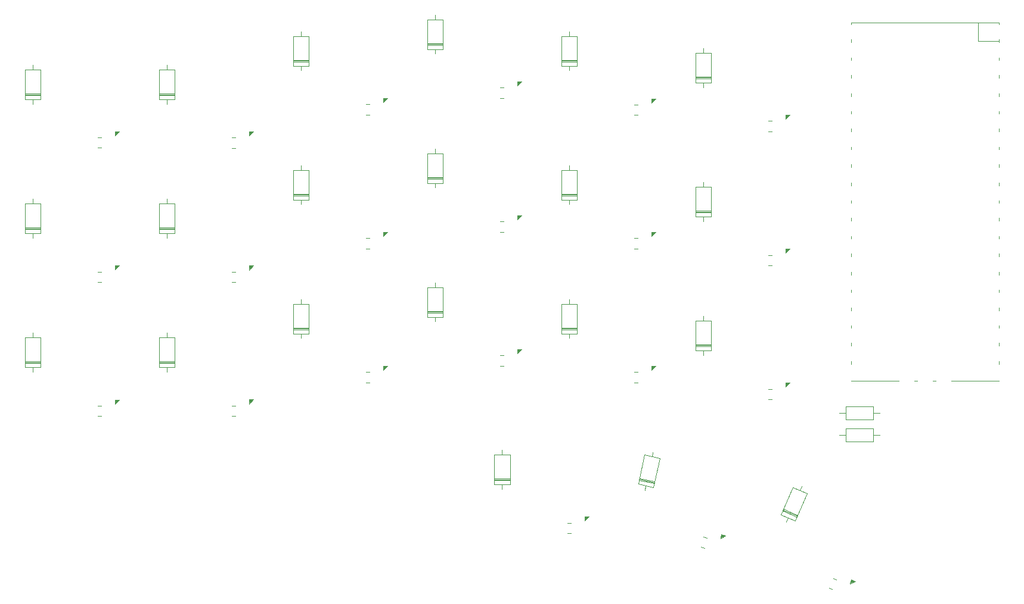
<source format=gbr>
%TF.GenerationSoftware,KiCad,Pcbnew,8.0.8*%
%TF.CreationDate,2025-03-11T20:04:01-04:00*%
%TF.ProjectId,Keyboard,4b657962-6f61-4726-942e-6b696361645f,rev?*%
%TF.SameCoordinates,Original*%
%TF.FileFunction,Legend,Bot*%
%TF.FilePolarity,Positive*%
%FSLAX46Y46*%
G04 Gerber Fmt 4.6, Leading zero omitted, Abs format (unit mm)*
G04 Created by KiCad (PCBNEW 8.0.8) date 2025-03-11 20:04:01*
%MOMM*%
%LPD*%
G01*
G04 APERTURE LIST*
%ADD10C,0.120000*%
%ADD11C,0.100000*%
G04 APERTURE END LIST*
D10*
%TO.C,C24*%
X165636252Y-171748000D02*
X165113748Y-171748000D01*
X165636252Y-170278000D02*
X165113748Y-170278000D01*
D11*
%TO.C,D66*%
X205675000Y-212875000D02*
X205675000Y-212275000D01*
X206275000Y-212275000D01*
X205675000Y-212875000D01*
G36*
X205675000Y-212875000D02*
G01*
X205675000Y-212275000D01*
X206275000Y-212275000D01*
X205675000Y-212875000D01*
G37*
D10*
%TO.C,D37*%
X136800000Y-167189000D02*
X136800000Y-167839000D01*
X135680000Y-167189000D02*
X137920000Y-167189000D01*
X135680000Y-162949000D02*
X135680000Y-167189000D01*
X135680000Y-166589000D02*
X137920000Y-166589000D01*
X135680000Y-166469000D02*
X137920000Y-166469000D01*
X135680000Y-166349000D02*
X137920000Y-166349000D01*
X137920000Y-167189000D02*
X137920000Y-162949000D01*
X137920000Y-162949000D02*
X135680000Y-162949000D01*
X136800000Y-162949000D02*
X136800000Y-162299000D01*
D11*
%TO.C,D79*%
X129475000Y-177119000D02*
X129475000Y-176519000D01*
X130075000Y-176519000D01*
X129475000Y-177119000D01*
G36*
X129475000Y-177119000D02*
G01*
X129475000Y-176519000D01*
X130075000Y-176519000D01*
X129475000Y-177119000D01*
G37*
%TO.C,D74*%
X167575000Y-208113000D02*
X167575000Y-207513000D01*
X168175000Y-207513000D01*
X167575000Y-208113000D01*
G36*
X167575000Y-208113000D02*
G01*
X167575000Y-207513000D01*
X168175000Y-207513000D01*
X167575000Y-208113000D01*
G37*
D10*
%TO.C,R7*%
X218065000Y-216550000D02*
X219015000Y-216550000D01*
X218065000Y-217470000D02*
X218065000Y-215630000D01*
X214225000Y-217470000D02*
X218065000Y-217470000D01*
X218065000Y-215630000D02*
X214225000Y-215630000D01*
X214225000Y-215630000D02*
X214225000Y-217470000D01*
X214225000Y-216550000D02*
X213275000Y-216550000D01*
%TO.C,D28*%
X205990140Y-231455229D02*
X205727016Y-232049591D01*
X204966009Y-231001846D02*
X207014271Y-231908612D01*
X206682389Y-227124780D02*
X204966009Y-231001846D01*
X205208893Y-230453204D02*
X207257154Y-231359971D01*
X205257470Y-230343476D02*
X207305731Y-231250242D01*
X205306047Y-230233748D02*
X207354308Y-231140514D01*
X207014271Y-231908612D02*
X208730650Y-228031546D01*
X208730650Y-228031546D02*
X206682389Y-227124780D01*
X207706519Y-227578163D02*
X207969644Y-226983801D01*
%TO.C,C34*%
X203736252Y-214610000D02*
X203213748Y-214610000D01*
X203736252Y-213140000D02*
X203213748Y-213140000D01*
D11*
%TO.C,D76*%
X148525000Y-172382000D02*
X148525000Y-171782000D01*
X149125000Y-171782000D01*
X148525000Y-172382000D01*
G36*
X148525000Y-172382000D02*
G01*
X148525000Y-171782000D01*
X149125000Y-171782000D01*
X148525000Y-172382000D01*
G37*
D10*
%TO.C,D25*%
X193950000Y-169570000D02*
X193950000Y-170220000D01*
X192830000Y-169570000D02*
X195070000Y-169570000D01*
X192830000Y-165330000D02*
X192830000Y-169570000D01*
X192830000Y-168970000D02*
X195070000Y-168970000D01*
X192830000Y-168850000D02*
X195070000Y-168850000D01*
X192830000Y-168730000D02*
X195070000Y-168730000D01*
X195070000Y-169570000D02*
X195070000Y-165330000D01*
X195070000Y-165330000D02*
X192830000Y-165330000D01*
X193950000Y-165330000D02*
X193950000Y-164680000D01*
%TO.C,C23*%
X184636252Y-174155000D02*
X184113748Y-174155000D01*
X184636252Y-172685000D02*
X184113748Y-172685000D01*
%TO.C,D38*%
X136800000Y-186239000D02*
X136800000Y-186889000D01*
X135680000Y-186239000D02*
X137920000Y-186239000D01*
X135680000Y-181999000D02*
X135680000Y-186239000D01*
X135680000Y-185639000D02*
X137920000Y-185639000D01*
X135680000Y-185519000D02*
X137920000Y-185519000D01*
X135680000Y-185399000D02*
X137920000Y-185399000D01*
X137920000Y-186239000D02*
X137920000Y-181999000D01*
X137920000Y-181999000D02*
X135680000Y-181999000D01*
X136800000Y-181999000D02*
X136800000Y-181349000D01*
%TO.C,D33*%
X155850000Y-164808000D02*
X155850000Y-165458000D01*
X154730000Y-164808000D02*
X156970000Y-164808000D01*
X154730000Y-160568000D02*
X154730000Y-164808000D01*
X154730000Y-164208000D02*
X156970000Y-164208000D01*
X154730000Y-164088000D02*
X156970000Y-164088000D01*
X154730000Y-163968000D02*
X156970000Y-163968000D01*
X156970000Y-164808000D02*
X156970000Y-160568000D01*
X156970000Y-160568000D02*
X154730000Y-160568000D01*
X155850000Y-160568000D02*
X155850000Y-159918000D01*
%TO.C,D30*%
X174900000Y-186239000D02*
X174900000Y-186889000D01*
X173780000Y-186239000D02*
X176020000Y-186239000D01*
X173780000Y-181999000D02*
X173780000Y-186239000D01*
X173780000Y-185639000D02*
X176020000Y-185639000D01*
X173780000Y-185519000D02*
X176020000Y-185519000D01*
X173780000Y-185399000D02*
X176020000Y-185399000D01*
X176020000Y-186239000D02*
X176020000Y-181999000D01*
X176020000Y-181999000D02*
X173780000Y-181999000D01*
X174900000Y-181999000D02*
X174900000Y-181349000D01*
%TO.C,C32*%
X127536252Y-197942000D02*
X127013748Y-197942000D01*
X127536252Y-196472000D02*
X127013748Y-196472000D01*
D11*
%TO.C,D65*%
X205675000Y-193825000D02*
X205675000Y-193225000D01*
X206275000Y-193225000D01*
X205675000Y-193825000D01*
G36*
X205675000Y-193825000D02*
G01*
X205675000Y-193225000D01*
X206275000Y-193225000D01*
X205675000Y-193825000D01*
G37*
D10*
%TO.C,C38*%
X127536252Y-216992000D02*
X127013748Y-216992000D01*
X127536252Y-215522000D02*
X127013748Y-215522000D01*
%TO.C,D36*%
X165375000Y-226735000D02*
X165375000Y-227385000D01*
X164255000Y-226735000D02*
X166495000Y-226735000D01*
X164255000Y-222495000D02*
X164255000Y-226735000D01*
X164255000Y-226135000D02*
X166495000Y-226135000D01*
X164255000Y-226015000D02*
X166495000Y-226015000D01*
X164255000Y-225895000D02*
X166495000Y-225895000D01*
X166495000Y-226735000D02*
X166495000Y-222495000D01*
X166495000Y-222495000D02*
X164255000Y-222495000D01*
X165375000Y-222495000D02*
X165375000Y-221845000D01*
%TO.C,C27*%
X108486252Y-178841000D02*
X107963748Y-178841000D01*
X108486252Y-177371000D02*
X107963748Y-177371000D01*
D11*
%TO.C,D73*%
X167575000Y-189063000D02*
X167575000Y-188463000D01*
X168175000Y-188463000D01*
X167575000Y-189063000D01*
G36*
X167575000Y-189063000D02*
G01*
X167575000Y-188463000D01*
X168175000Y-188463000D01*
X167575000Y-189063000D01*
G37*
D10*
%TO.C,R5*%
X218065000Y-219700000D02*
X219015000Y-219700000D01*
X218065000Y-220620000D02*
X218065000Y-218780000D01*
X214225000Y-220620000D02*
X218065000Y-220620000D01*
X218065000Y-218780000D02*
X214225000Y-218780000D01*
X214225000Y-218780000D02*
X214225000Y-220620000D01*
X214225000Y-219700000D02*
X213275000Y-219700000D01*
D11*
%TO.C,D68*%
X186575000Y-172420000D02*
X186575000Y-171820000D01*
X187175000Y-171820000D01*
X186575000Y-172420000D01*
G36*
X186575000Y-172420000D02*
G01*
X186575000Y-171820000D01*
X187175000Y-171820000D01*
X186575000Y-172420000D01*
G37*
%TO.C,D70*%
X186625000Y-210494000D02*
X186625000Y-209894000D01*
X187225000Y-209894000D01*
X186625000Y-210494000D01*
G36*
X186625000Y-210494000D02*
G01*
X186625000Y-209894000D01*
X187225000Y-209894000D01*
X186625000Y-210494000D01*
G37*
%TO.C,D82*%
X110425000Y-177106000D02*
X110425000Y-176506000D01*
X111025000Y-176506000D01*
X110425000Y-177106000D01*
G36*
X110425000Y-177106000D02*
G01*
X110425000Y-176506000D01*
X111025000Y-176506000D01*
X110425000Y-177106000D01*
G37*
D10*
%TO.C,C22*%
X203736252Y-176485000D02*
X203213748Y-176485000D01*
X203736252Y-175015000D02*
X203213748Y-175015000D01*
%TO.C,D32*%
X185789918Y-226910319D02*
X185655442Y-227546256D01*
X184694150Y-226678605D02*
X186885687Y-227142032D01*
X185571352Y-222530338D02*
X184694150Y-226678605D01*
X184818282Y-226091586D02*
X187009819Y-226555013D01*
X184843109Y-225974182D02*
X187034646Y-226437610D01*
X184867935Y-225856778D02*
X187059472Y-226320206D01*
X186885687Y-227142032D02*
X187762889Y-222993766D01*
X187762889Y-222993766D02*
X185571352Y-222530338D01*
X186667120Y-222762052D02*
X186801597Y-222126115D01*
%TO.C,C41*%
X194137565Y-235749457D02*
X193626361Y-235641376D01*
X194441639Y-234311250D02*
X193930435Y-234203169D01*
%TO.C,C31*%
X146586252Y-193179000D02*
X146063748Y-193179000D01*
X146586252Y-191709000D02*
X146063748Y-191709000D01*
D11*
%TO.C,D72*%
X167575000Y-170013000D02*
X167575000Y-169413000D01*
X168175000Y-169413000D01*
X167575000Y-170013000D01*
G36*
X167575000Y-170013000D02*
G01*
X167575000Y-169413000D01*
X168175000Y-169413000D01*
X167575000Y-170013000D01*
G37*
D10*
%TO.C,D26*%
X193950000Y-188635000D02*
X193950000Y-189285000D01*
X192830000Y-188635000D02*
X195070000Y-188635000D01*
X192830000Y-184395000D02*
X192830000Y-188635000D01*
X192830000Y-188035000D02*
X195070000Y-188035000D01*
X192830000Y-187915000D02*
X195070000Y-187915000D01*
X192830000Y-187795000D02*
X195070000Y-187795000D01*
X195070000Y-188635000D02*
X195070000Y-184395000D01*
X195070000Y-184395000D02*
X192830000Y-184395000D01*
X193950000Y-184395000D02*
X193950000Y-183745000D01*
%TO.C,C37*%
X146586252Y-212229000D02*
X146063748Y-212229000D01*
X146586252Y-210759000D02*
X146063748Y-210759000D01*
D11*
%TO.C,D67*%
X215541928Y-240530316D02*
X214750402Y-240836074D01*
X214993286Y-240287433D01*
X215541928Y-240530316D01*
G36*
X215541928Y-240530316D02*
G01*
X214750402Y-240836074D01*
X214993286Y-240287433D01*
X215541928Y-240530316D01*
G37*
%TO.C,D80*%
X129475000Y-196207000D02*
X129475000Y-195607000D01*
X130075000Y-195607000D01*
X129475000Y-196207000D01*
G36*
X129475000Y-196207000D02*
G01*
X129475000Y-195607000D01*
X130075000Y-195607000D01*
X129475000Y-196207000D01*
G37*
D10*
%TO.C,C42*%
X175161252Y-233660000D02*
X174638748Y-233660000D01*
X175161252Y-232190000D02*
X174638748Y-232190000D01*
%TO.C,D41*%
X117750000Y-191002000D02*
X117750000Y-191652000D01*
X116630000Y-191002000D02*
X118870000Y-191002000D01*
X116630000Y-186762000D02*
X116630000Y-191002000D01*
X116630000Y-190402000D02*
X118870000Y-190402000D01*
X116630000Y-190282000D02*
X118870000Y-190282000D01*
X116630000Y-190162000D02*
X118870000Y-190162000D01*
X118870000Y-191002000D02*
X118870000Y-186762000D01*
X118870000Y-186762000D02*
X116630000Y-186762000D01*
X117750000Y-186762000D02*
X117750000Y-186112000D01*
%TO.C,C29*%
X184686252Y-193179000D02*
X184163748Y-193179000D01*
X184686252Y-191709000D02*
X184163748Y-191709000D01*
%TO.C,D29*%
X174900000Y-167189000D02*
X174900000Y-167839000D01*
X173780000Y-167189000D02*
X176020000Y-167189000D01*
X173780000Y-162949000D02*
X173780000Y-167189000D01*
X173780000Y-166589000D02*
X176020000Y-166589000D01*
X173780000Y-166469000D02*
X176020000Y-166469000D01*
X173780000Y-166349000D02*
X176020000Y-166349000D01*
X176020000Y-167189000D02*
X176020000Y-162949000D01*
X176020000Y-162949000D02*
X173780000Y-162949000D01*
X174900000Y-162949000D02*
X174900000Y-162299000D01*
D11*
%TO.C,D64*%
X205675000Y-174750000D02*
X205675000Y-174150000D01*
X206275000Y-174150000D01*
X205675000Y-174750000D01*
G36*
X205675000Y-174750000D02*
G01*
X205675000Y-174150000D01*
X206275000Y-174150000D01*
X205675000Y-174750000D01*
G37*
D10*
%TO.C,U2*%
X235975000Y-161300000D02*
X235975000Y-161000000D01*
X214975000Y-161000000D02*
X235975000Y-161000000D01*
X235975000Y-163800000D02*
X235975000Y-163400000D01*
X232968000Y-163667000D02*
X235975000Y-163667000D01*
X235975000Y-166400000D02*
X235975000Y-166000000D01*
X235975000Y-168900000D02*
X235975000Y-168500000D01*
X235975000Y-171500000D02*
X235975000Y-171100000D01*
X235975000Y-174000000D02*
X235975000Y-173600000D01*
X235975000Y-176500000D02*
X235975000Y-176100000D01*
X235975000Y-179100000D02*
X235975000Y-178700000D01*
X235975000Y-181600000D02*
X235975000Y-181200000D01*
X235975000Y-184200000D02*
X235975000Y-183800000D01*
X235975000Y-186700000D02*
X235975000Y-186300000D01*
X235975000Y-189200000D02*
X235975000Y-188800000D01*
X235975000Y-191800000D02*
X235975000Y-191400000D01*
X235975000Y-194300000D02*
X235975000Y-193900000D01*
X235975000Y-196900000D02*
X235975000Y-196500000D01*
X235975000Y-199400000D02*
X235975000Y-199000000D01*
X235975000Y-202000000D02*
X235975000Y-201600000D01*
X235975000Y-204500000D02*
X235975000Y-204100000D01*
X235975000Y-207000000D02*
X235975000Y-206600000D01*
X235975000Y-209600000D02*
X235975000Y-209200000D01*
X232968000Y-161000000D02*
X232968000Y-163667000D01*
X235975000Y-212000000D02*
X229175000Y-212000000D01*
X226575000Y-212000000D02*
X226975000Y-212000000D01*
X223975000Y-212000000D02*
X224375000Y-212000000D01*
X214975000Y-161300000D02*
X214975000Y-161000000D01*
X214975000Y-163800000D02*
X214975000Y-163400000D01*
X214975000Y-166400000D02*
X214975000Y-166000000D01*
X214975000Y-168900000D02*
X214975000Y-168500000D01*
X214975000Y-171500000D02*
X214975000Y-171100000D01*
X214975000Y-174000000D02*
X214975000Y-173600000D01*
X214975000Y-176500000D02*
X214975000Y-176100000D01*
X214975000Y-179100000D02*
X214975000Y-178700000D01*
X214975000Y-181600000D02*
X214975000Y-181200000D01*
X214975000Y-184200000D02*
X214975000Y-183800000D01*
X214975000Y-186700000D02*
X214975000Y-186300000D01*
X214975000Y-189200000D02*
X214975000Y-188800000D01*
X214975000Y-191800000D02*
X214975000Y-191400000D01*
X214975000Y-194300000D02*
X214975000Y-193900000D01*
X214975000Y-196900000D02*
X214975000Y-196500000D01*
X214975000Y-199400000D02*
X214975000Y-199000000D01*
X214975000Y-202000000D02*
X214975000Y-201600000D01*
X214975000Y-204500000D02*
X214975000Y-204100000D01*
X214975000Y-207000000D02*
X214975000Y-206600000D01*
X214975000Y-209600000D02*
X214975000Y-209200000D01*
X221775000Y-212000000D02*
X214975000Y-212000000D01*
%TO.C,D62*%
X98700000Y-186762000D02*
X98700000Y-186112000D01*
X99820000Y-186762000D02*
X97580000Y-186762000D01*
X99820000Y-191002000D02*
X99820000Y-186762000D01*
X97580000Y-190162000D02*
X99820000Y-190162000D01*
X97580000Y-190282000D02*
X99820000Y-190282000D01*
X97580000Y-190402000D02*
X99820000Y-190402000D01*
X97580000Y-186762000D02*
X97580000Y-191002000D01*
X97580000Y-191002000D02*
X99820000Y-191002000D01*
X98700000Y-191002000D02*
X98700000Y-191652000D01*
%TO.C,D39*%
X136800000Y-205289000D02*
X136800000Y-205939000D01*
X135680000Y-205289000D02*
X137920000Y-205289000D01*
X135680000Y-201049000D02*
X135680000Y-205289000D01*
X135680000Y-204689000D02*
X137920000Y-204689000D01*
X135680000Y-204569000D02*
X137920000Y-204569000D01*
X135680000Y-204449000D02*
X137920000Y-204449000D01*
X137920000Y-205289000D02*
X137920000Y-201049000D01*
X137920000Y-201049000D02*
X135680000Y-201049000D01*
X136800000Y-201049000D02*
X136800000Y-200399000D01*
D11*
%TO.C,D84*%
X110425000Y-215281000D02*
X110425000Y-214681000D01*
X111025000Y-214681000D01*
X110425000Y-215281000D01*
G36*
X110425000Y-215281000D02*
G01*
X110425000Y-214681000D01*
X111025000Y-214681000D01*
X110425000Y-215281000D01*
G37*
D10*
%TO.C,D61*%
X98700000Y-167712000D02*
X98700000Y-167062000D01*
X99820000Y-167712000D02*
X97580000Y-167712000D01*
X99820000Y-171952000D02*
X99820000Y-167712000D01*
X97580000Y-171112000D02*
X99820000Y-171112000D01*
X97580000Y-171232000D02*
X99820000Y-171232000D01*
X97580000Y-171352000D02*
X99820000Y-171352000D01*
X97580000Y-167712000D02*
X97580000Y-171952000D01*
X97580000Y-171952000D02*
X99820000Y-171952000D01*
X98700000Y-171952000D02*
X98700000Y-172602000D01*
%TO.C,D34*%
X155850000Y-183858000D02*
X155850000Y-184508000D01*
X154730000Y-183858000D02*
X156970000Y-183858000D01*
X154730000Y-179618000D02*
X154730000Y-183858000D01*
X154730000Y-183258000D02*
X156970000Y-183258000D01*
X154730000Y-183138000D02*
X156970000Y-183138000D01*
X154730000Y-183018000D02*
X156970000Y-183018000D01*
X156970000Y-183858000D02*
X156970000Y-179618000D01*
X156970000Y-179618000D02*
X154730000Y-179618000D01*
X155850000Y-179618000D02*
X155850000Y-178968000D01*
D11*
%TO.C,D75*%
X177100000Y-231925000D02*
X177100000Y-231325000D01*
X177700000Y-231325000D01*
X177100000Y-231925000D01*
G36*
X177100000Y-231925000D02*
G01*
X177100000Y-231325000D01*
X177700000Y-231325000D01*
X177100000Y-231925000D01*
G37*
%TO.C,D83*%
X110425000Y-196201000D02*
X110425000Y-195601000D01*
X111025000Y-195601000D01*
X110425000Y-196201000D01*
G36*
X110425000Y-196201000D02*
G01*
X110425000Y-195601000D01*
X111025000Y-195601000D01*
X110425000Y-196201000D01*
G37*
D10*
%TO.C,C33*%
X108486252Y-197936000D02*
X107963748Y-197936000D01*
X108486252Y-196466000D02*
X107963748Y-196466000D01*
%TO.C,D63*%
X98700000Y-205812000D02*
X98700000Y-205162000D01*
X99820000Y-205812000D02*
X97580000Y-205812000D01*
X99820000Y-210052000D02*
X99820000Y-205812000D01*
X97580000Y-209212000D02*
X99820000Y-209212000D01*
X97580000Y-209332000D02*
X99820000Y-209332000D01*
X97580000Y-209452000D02*
X99820000Y-209452000D01*
X97580000Y-205812000D02*
X97580000Y-210052000D01*
X97580000Y-210052000D02*
X99820000Y-210052000D01*
X98700000Y-210052000D02*
X98700000Y-210702000D01*
%TO.C,C36*%
X165636252Y-209848000D02*
X165113748Y-209848000D01*
X165636252Y-208378000D02*
X165113748Y-208378000D01*
%TO.C,C40*%
X212275687Y-241637537D02*
X211797908Y-241426024D01*
X212870752Y-240293366D02*
X212392973Y-240081853D01*
D11*
%TO.C,D77*%
X148525000Y-191444000D02*
X148525000Y-190844000D01*
X149125000Y-190844000D01*
X148525000Y-191444000D01*
G36*
X148525000Y-191444000D02*
G01*
X148525000Y-190844000D01*
X149125000Y-190844000D01*
X148525000Y-191444000D01*
G37*
D10*
%TO.C,C39*%
X108486252Y-217016000D02*
X107963748Y-217016000D01*
X108486252Y-215546000D02*
X107963748Y-215546000D01*
%TO.C,C28*%
X203736252Y-195560000D02*
X203213748Y-195560000D01*
X203736252Y-194090000D02*
X203213748Y-194090000D01*
%TO.C,D42*%
X117750000Y-210052000D02*
X117750000Y-210702000D01*
X116630000Y-210052000D02*
X118870000Y-210052000D01*
X116630000Y-205812000D02*
X116630000Y-210052000D01*
X116630000Y-209452000D02*
X118870000Y-209452000D01*
X116630000Y-209332000D02*
X118870000Y-209332000D01*
X116630000Y-209212000D02*
X118870000Y-209212000D01*
X118870000Y-210052000D02*
X118870000Y-205812000D01*
X118870000Y-205812000D02*
X116630000Y-205812000D01*
X117750000Y-205812000D02*
X117750000Y-205162000D01*
%TO.C,D35*%
X155850000Y-202908000D02*
X155850000Y-203558000D01*
X154730000Y-202908000D02*
X156970000Y-202908000D01*
X154730000Y-198668000D02*
X154730000Y-202908000D01*
X154730000Y-202308000D02*
X156970000Y-202308000D01*
X154730000Y-202188000D02*
X156970000Y-202188000D01*
X154730000Y-202068000D02*
X156970000Y-202068000D01*
X156970000Y-202908000D02*
X156970000Y-198668000D01*
X156970000Y-198668000D02*
X154730000Y-198668000D01*
X155850000Y-198668000D02*
X155850000Y-198018000D01*
%TO.C,D27*%
X193950000Y-207670000D02*
X193950000Y-208320000D01*
X192830000Y-207670000D02*
X195070000Y-207670000D01*
X192830000Y-203430000D02*
X192830000Y-207670000D01*
X192830000Y-207070000D02*
X195070000Y-207070000D01*
X192830000Y-206950000D02*
X195070000Y-206950000D01*
X192830000Y-206830000D02*
X195070000Y-206830000D01*
X195070000Y-207670000D02*
X195070000Y-203430000D01*
X195070000Y-203430000D02*
X192830000Y-203430000D01*
X193950000Y-203430000D02*
X193950000Y-202780000D01*
%TO.C,C30*%
X165636252Y-190798000D02*
X165113748Y-190798000D01*
X165636252Y-189328000D02*
X165113748Y-189328000D01*
D11*
%TO.C,D81*%
X129475000Y-215257000D02*
X129475000Y-214657000D01*
X130075000Y-214657000D01*
X129475000Y-215257000D01*
G36*
X129475000Y-215257000D02*
G01*
X129475000Y-214657000D01*
X130075000Y-214657000D01*
X129475000Y-215257000D01*
G37*
%TO.C,D78*%
X148525000Y-210494000D02*
X148525000Y-209894000D01*
X149125000Y-209894000D01*
X148525000Y-210494000D01*
G36*
X148525000Y-210494000D02*
G01*
X148525000Y-209894000D01*
X149125000Y-209894000D01*
X148525000Y-210494000D01*
G37*
D10*
%TO.C,C25*%
X146586252Y-174117000D02*
X146063748Y-174117000D01*
X146586252Y-172647000D02*
X146063748Y-172647000D01*
%TO.C,C35*%
X184686252Y-212229000D02*
X184163748Y-212229000D01*
X184686252Y-210759000D02*
X184163748Y-210759000D01*
%TO.C,D31*%
X174900000Y-205289000D02*
X174900000Y-205939000D01*
X173780000Y-205289000D02*
X176020000Y-205289000D01*
X173780000Y-201049000D02*
X173780000Y-205289000D01*
X173780000Y-204689000D02*
X176020000Y-204689000D01*
X173780000Y-204569000D02*
X176020000Y-204569000D01*
X173780000Y-204449000D02*
X176020000Y-204449000D01*
X176020000Y-205289000D02*
X176020000Y-201049000D01*
X176020000Y-201049000D02*
X173780000Y-201049000D01*
X174900000Y-201049000D02*
X174900000Y-200399000D01*
%TO.C,D40*%
X117750000Y-171952000D02*
X117750000Y-172602000D01*
X116630000Y-171952000D02*
X118870000Y-171952000D01*
X116630000Y-167712000D02*
X116630000Y-171952000D01*
X116630000Y-171352000D02*
X118870000Y-171352000D01*
X116630000Y-171232000D02*
X118870000Y-171232000D01*
X116630000Y-171112000D02*
X118870000Y-171112000D01*
X118870000Y-171952000D02*
X118870000Y-167712000D01*
X118870000Y-167712000D02*
X116630000Y-167712000D01*
X117750000Y-167712000D02*
X117750000Y-167062000D01*
%TO.C,C26*%
X127536252Y-178854000D02*
X127013748Y-178854000D01*
X127536252Y-177384000D02*
X127013748Y-177384000D01*
D11*
%TO.C,D71*%
X197104847Y-233990223D02*
X196393712Y-234453134D01*
X196517824Y-233866111D01*
X197104847Y-233990223D01*
G36*
X197104847Y-233990223D02*
G01*
X196393712Y-234453134D01*
X196517824Y-233866111D01*
X197104847Y-233990223D01*
G37*
%TO.C,D69*%
X186625000Y-191444000D02*
X186625000Y-190844000D01*
X187225000Y-190844000D01*
X186625000Y-191444000D01*
G36*
X186625000Y-191444000D02*
G01*
X186625000Y-190844000D01*
X187225000Y-190844000D01*
X186625000Y-191444000D01*
G37*
%TD*%
M02*

</source>
